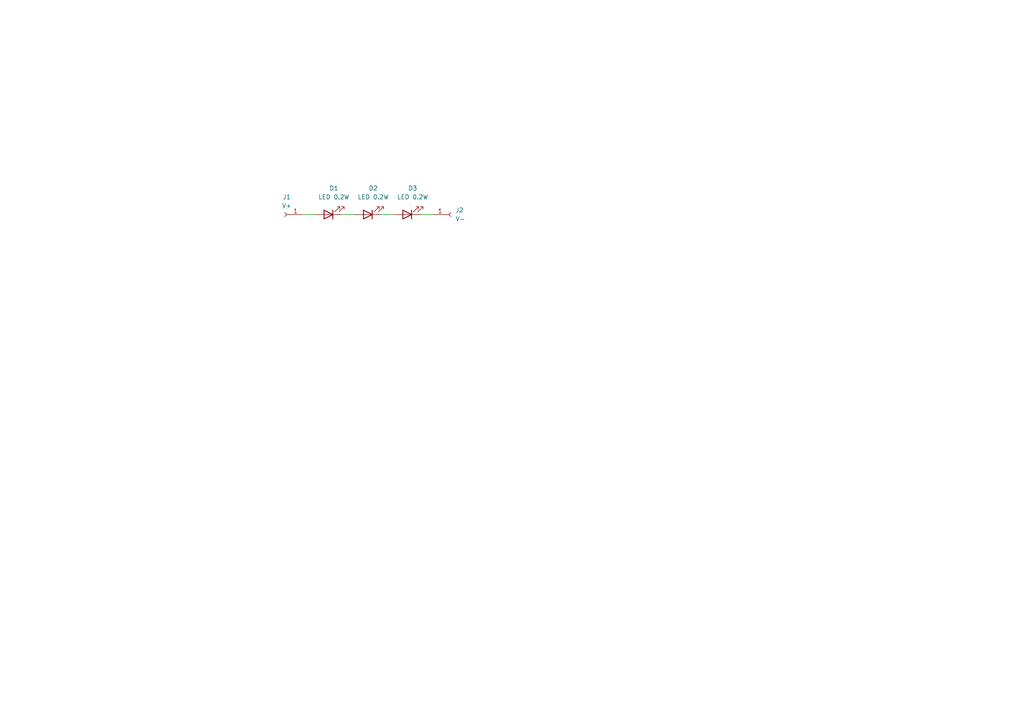
<source format=kicad_sch>
(kicad_sch (version 20231120) (generator "eeschema") (generator_version "8.0")
  (paper "A4")
  (lib_symbols
    (symbol "Connector:Conn_01x01_Socket" (pin_names (offset 1.016) hide)
      (property "Reference" "J" (at 0 2.54 0))
      (property "Value" "Conn_01x01_Socket" (at 0 -2.54 0))
      (symbol "Conn_01x01_Socket_1_1"
        (polyline (pts (xy -1.27 0) (xy -0.508 0)) (stroke (width 0.1524)))
        (arc (start 0 0.508) (mid -0.5058 0) (end 0 -0.508) (stroke (width 0.1524)))
        (pin passive line (at -5.08 0 0) (length 3.81) (name "Pin_1") (number "1"))
      )
    )
    (symbol "Device:LED" (pin_numbers hide) (pin_names (offset 1.016) hide)
      (property "Reference" "D" (at 0 2.54 0))
      (property "Value" "LED" (at 0 -2.54 0))
      (symbol "LED_0_1"
        (polyline (pts (xy -1.27 -1.27) (xy -1.27 1.27)) (stroke (width 0.254)))
        (polyline (pts (xy -1.27 0) (xy 1.27 0)))
        (polyline (pts (xy 1.27 -1.27) (xy 1.27 1.27) (xy -1.27 0) (xy 1.27 -1.27)) (stroke (width 0.254)))
        (polyline (pts (xy -3.048 -0.762) (xy -4.572 -2.286) (xy -3.81 -2.286) (xy -4.572 -2.286) (xy -4.572 -1.524)))
        (polyline (pts (xy -1.778 -0.762) (xy -3.302 -2.286) (xy -2.54 -2.286) (xy -3.302 -2.286) (xy -3.302 -1.524)))
      )
      (symbol "LED_1_1"
        (pin passive line (at -3.81 0 0) (length 2.54) (name "K") (number "1"))
        (pin passive line (at 3.81 0 180) (length 2.54) (name "A") (number "2"))
      )
    )
  )
  (wire (pts (xy 87.63 62.23) (xy 91.44 62.23)))
  (wire (pts (xy 110.49 62.23) (xy 114.3 62.23)))
  (wire (pts (xy 121.92 62.23) (xy 125.73 62.23)))
  (wire (pts (xy 99.06 62.23) (xy 102.87 62.23)))
  (symbol (lib_id "Connector:Conn_01x01_Socket") (at 82.55 62.23 180) (unit 1)
    (property "Reference" "J1" (at 83.185 57.15 0))
    (property "Value" "V+" (at 83.185 59.69 0))
    (property "Footprint" "Connector_Wire:SolderWirePad_1x01_SMD_1x2mm" (effects (hide yes)))
    (property "Description" "Generic connector, single row, 01x01, script generated" (effects (hide yes)))
  )
  (symbol (lib_id "Device:LED") (at 118.11 62.23 180) (unit 1)
    (property "Reference" "D3" (at 119.6975 54.61 0))
    (property "Value" "LED 0.2W" (at 119.6975 57.15 0))
    (property "Footprint" "LED_SMD:LED_Luminus_MP-3030-1100_3.0x3.0mm" (effects (hide yes)))
    (property "Description" "Light emitting diode" (effects (hide yes)))
  )
  (symbol (lib_id "Device:LED") (at 106.68 62.23 180) (unit 1)
    (property "Reference" "D2" (at 108.2675 54.61 0))
    (property "Value" "LED 0.2W" (at 108.2675 57.15 0))
    (property "Footprint" "LED_SMD:LED_Luminus_MP-3030-1100_3.0x3.0mm" (effects (hide yes)))
    (property "Description" "Light emitting diode" (effects (hide yes)))
  )
  (symbol (lib_id "Connector:Conn_01x01_Socket") (at 130.81 62.23 0) (unit 1)
    (property "Reference" "J2" (at 132.08 60.9599 0) (effects (justify left)))
    (property "Value" "V-" (at 132.08 63.4999 0) (effects (justify left)))
    (property "Footprint" "Connector_Wire:SolderWirePad_1x01_SMD_1x2mm" (effects (hide yes)))
    (property "Description" "Generic connector, single row, 01x01, script generated" (effects (hide yes)))
  )
  (symbol (lib_id "Device:LED") (at 95.25 62.23 180) (unit 1)
    (property "Reference" "D1" (at 96.8375 54.61 0))
    (property "Value" "LED 0.2W" (at 96.8375 57.15 0))
    (property "Footprint" "LED_SMD:LED_Luminus_MP-3030-1100_3.0x3.0mm" (effects (hide yes)))
    (property "Description" "Light emitting diode" (effects (hide yes)))
  )
)
</source>
